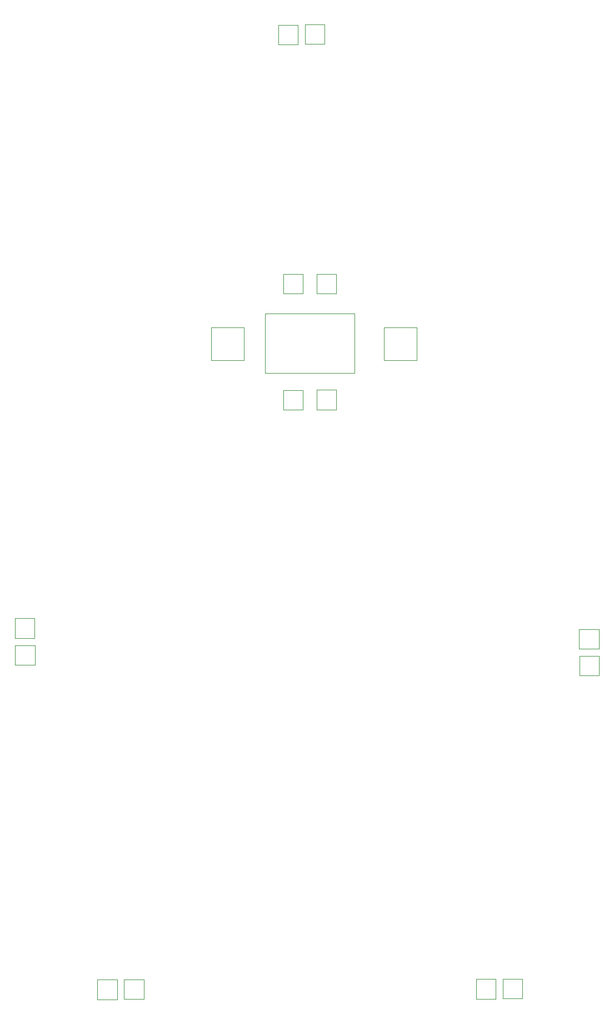
<source format=gbr>
G04 #@! TF.GenerationSoftware,KiCad,Pcbnew,(5.1.9)-1*
G04 #@! TF.CreationDate,2021-01-15T22:53:48-07:00*
G04 #@! TF.ProjectId,purplewizard-ART,70757270-6c65-4776-997a-6172642d4152,1*
G04 #@! TF.SameCoordinates,Original*
G04 #@! TF.FileFunction,Other,User*
%FSLAX46Y46*%
G04 Gerber Fmt 4.6, Leading zero omitted, Abs format (unit mm)*
G04 Created by KiCad (PCBNEW (5.1.9)-1) date 2021-01-15 22:53:48*
%MOMM*%
%LPD*%
G01*
G04 APERTURE LIST*
%ADD10C,0.050000*%
G04 APERTURE END LIST*
D10*
X184546600Y-116479800D02*
X184546600Y-119479800D01*
X184546600Y-116479800D02*
X187546600Y-116479800D01*
X187546600Y-119479800D02*
X184546600Y-119479800D01*
X187546600Y-119479800D02*
X187546600Y-116479800D01*
X187606600Y-123559800D02*
X187606600Y-120559800D01*
X187606600Y-123559800D02*
X184606600Y-123559800D01*
X184606600Y-120559800D02*
X187606600Y-120559800D01*
X184606600Y-120559800D02*
X184606600Y-123559800D01*
X101566600Y-117839800D02*
X101566600Y-114839800D01*
X101566600Y-117839800D02*
X98566600Y-117839800D01*
X98566600Y-114839800D02*
X101566600Y-114839800D01*
X98566600Y-114839800D02*
X98566600Y-117839800D01*
X98626600Y-118919800D02*
X98626600Y-121919800D01*
X98626600Y-118919800D02*
X101626600Y-118919800D01*
X101626600Y-121919800D02*
X98626600Y-121919800D01*
X101626600Y-121919800D02*
X101626600Y-118919800D01*
X118236600Y-169809800D02*
X115236600Y-169809800D01*
X118236600Y-169809800D02*
X118236600Y-172809800D01*
X115236600Y-172809800D02*
X115236600Y-169809800D01*
X115236600Y-172809800D02*
X118236600Y-172809800D01*
X111156600Y-172869800D02*
X114156600Y-172869800D01*
X111156600Y-172869800D02*
X111156600Y-169869800D01*
X114156600Y-169869800D02*
X114156600Y-172869800D01*
X114156600Y-169869800D02*
X111156600Y-169869800D01*
X172936600Y-172709800D02*
X175936600Y-172709800D01*
X172936600Y-172709800D02*
X172936600Y-169709800D01*
X175936600Y-169709800D02*
X175936600Y-172709800D01*
X175936600Y-169709800D02*
X172936600Y-169709800D01*
X171856600Y-169769800D02*
X168856600Y-169769800D01*
X171856600Y-169769800D02*
X171856600Y-172769800D01*
X168856600Y-172769800D02*
X168856600Y-169769800D01*
X168856600Y-172769800D02*
X171856600Y-172769800D01*
X138716600Y-27439800D02*
X141716600Y-27439800D01*
X138716600Y-27439800D02*
X138716600Y-24439800D01*
X141716600Y-24439800D02*
X141716600Y-27439800D01*
X141716600Y-24439800D02*
X138716600Y-24439800D01*
X145796600Y-24379800D02*
X142796600Y-24379800D01*
X145796600Y-24379800D02*
X145796600Y-27379800D01*
X142796600Y-27379800D02*
X142796600Y-24379800D01*
X142796600Y-27379800D02*
X145796600Y-27379800D01*
X136660900Y-68409800D02*
X136660900Y-77459800D01*
X136660900Y-77459800D02*
X150360900Y-77459800D01*
X150360900Y-77459800D02*
X150360900Y-68409800D01*
X150360900Y-68409800D02*
X136660900Y-68409800D01*
X142486600Y-80059800D02*
X139486600Y-80059800D01*
X142486600Y-80059800D02*
X142486600Y-83059800D01*
X139486600Y-83059800D02*
X139486600Y-80059800D01*
X139486600Y-83059800D02*
X142486600Y-83059800D01*
X144556600Y-83039800D02*
X147556600Y-83039800D01*
X144556600Y-83039800D02*
X144556600Y-80039800D01*
X147556600Y-80039800D02*
X147556600Y-83039800D01*
X147556600Y-80039800D02*
X144556600Y-80039800D01*
X142496600Y-62379800D02*
X139496600Y-62379800D01*
X142496600Y-62379800D02*
X142496600Y-65379800D01*
X139496600Y-65379800D02*
X139496600Y-62379800D01*
X139496600Y-65379800D02*
X142496600Y-65379800D01*
X144566600Y-65389800D02*
X147566600Y-65389800D01*
X144566600Y-65389800D02*
X144566600Y-62389800D01*
X147566600Y-62389800D02*
X147566600Y-65389800D01*
X147566600Y-62389800D02*
X144566600Y-62389800D01*
X128466600Y-75529800D02*
X133466600Y-75529800D01*
X128466600Y-75529800D02*
X128466600Y-70529800D01*
X133466600Y-70529800D02*
X133466600Y-75529800D01*
X133466600Y-70529800D02*
X128466600Y-70529800D01*
X159836600Y-70509800D02*
X154836600Y-70509800D01*
X159836600Y-70509800D02*
X159836600Y-75509800D01*
X154836600Y-75509800D02*
X154836600Y-70509800D01*
X154836600Y-75509800D02*
X159836600Y-75509800D01*
M02*

</source>
